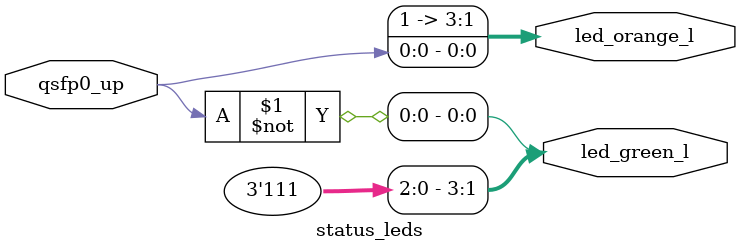
<source format=v>
module status_leds
(
    input qsfp0_up,

    output[3:0] led_green_l, led_orange_l
);

assign led_orange_l = { 1'b1, 1'b1, 1'b1,  qsfp0_up};
assign led_green_l  = { 1'b1, 1'b1, 1'b1, ~qsfp0_up};

endmodule
</source>
